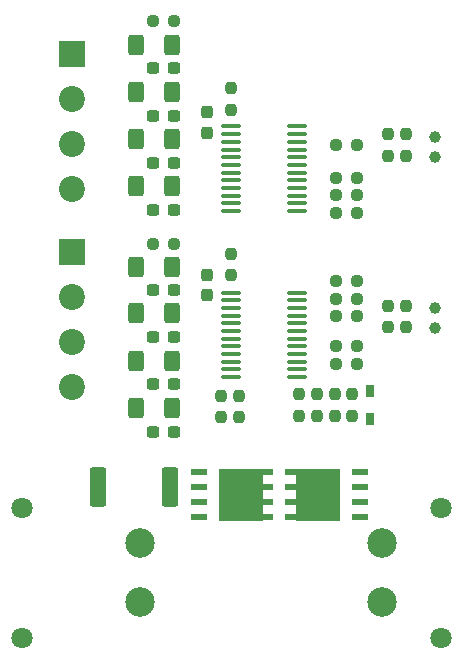
<source format=gts>
%TF.GenerationSoftware,KiCad,Pcbnew,9.0.6*%
%TF.CreationDate,2025-12-05T19:41:49+01:00*%
%TF.ProjectId,balancingBoard,62616c61-6e63-4696-9e67-426f6172642e,rev?*%
%TF.SameCoordinates,Original*%
%TF.FileFunction,Soldermask,Top*%
%TF.FilePolarity,Negative*%
%FSLAX46Y46*%
G04 Gerber Fmt 4.6, Leading zero omitted, Abs format (unit mm)*
G04 Created by KiCad (PCBNEW 9.0.6) date 2025-12-05 19:41:49*
%MOMM*%
%LPD*%
G01*
G04 APERTURE LIST*
G04 Aperture macros list*
%AMRoundRect*
0 Rectangle with rounded corners*
0 $1 Rounding radius*
0 $2 $3 $4 $5 $6 $7 $8 $9 X,Y pos of 4 corners*
0 Add a 4 corners polygon primitive as box body*
4,1,4,$2,$3,$4,$5,$6,$7,$8,$9,$2,$3,0*
0 Add four circle primitives for the rounded corners*
1,1,$1+$1,$2,$3*
1,1,$1+$1,$4,$5*
1,1,$1+$1,$6,$7*
1,1,$1+$1,$8,$9*
0 Add four rect primitives between the rounded corners*
20,1,$1+$1,$2,$3,$4,$5,0*
20,1,$1+$1,$4,$5,$6,$7,0*
20,1,$1+$1,$6,$7,$8,$9,0*
20,1,$1+$1,$8,$9,$2,$3,0*%
G04 Aperture macros list end*
%ADD10RoundRect,0.237500X0.300000X0.237500X-0.300000X0.237500X-0.300000X-0.237500X0.300000X-0.237500X0*%
%ADD11RoundRect,0.237500X-0.300000X-0.237500X0.300000X-0.237500X0.300000X0.237500X-0.300000X0.237500X0*%
%ADD12C,2.500000*%
%ADD13C,1.800000*%
%ADD14RoundRect,0.250000X-0.400000X-0.625000X0.400000X-0.625000X0.400000X0.625000X-0.400000X0.625000X0*%
%ADD15RoundRect,0.237500X0.250000X0.237500X-0.250000X0.237500X-0.250000X-0.237500X0.250000X-0.237500X0*%
%ADD16R,2.200000X2.200000*%
%ADD17C,2.200000*%
%ADD18RoundRect,0.237500X0.237500X-0.250000X0.237500X0.250000X-0.237500X0.250000X-0.237500X-0.250000X0*%
%ADD19RoundRect,0.237500X-0.237500X0.300000X-0.237500X-0.300000X0.237500X-0.300000X0.237500X0.300000X0*%
%ADD20RoundRect,0.237500X-0.237500X0.250000X-0.237500X-0.250000X0.237500X-0.250000X0.237500X0.250000X0*%
%ADD21C,1.000000*%
%ADD22RoundRect,0.237500X-0.250000X-0.237500X0.250000X-0.237500X0.250000X0.237500X-0.250000X0.237500X0*%
%ADD23O,1.710000X0.360000*%
%ADD24R,0.750000X1.000000*%
%ADD25R,1.400000X0.610000*%
%ADD26R,3.810000X4.500000*%
%ADD27RoundRect,0.249999X-0.450001X-1.425001X0.450001X-1.425001X0.450001X1.425001X-0.450001X1.425001X0*%
G04 APERTURE END LIST*
D10*
%TO.C,C62*%
X101362500Y-89250000D03*
X99637500Y-89250000D03*
%TD*%
D11*
%TO.C,C1*%
X99637500Y-66500000D03*
X101362500Y-66500000D03*
%TD*%
D12*
%TO.C,U3*%
X119012500Y-107690000D03*
X119012500Y-102690000D03*
D13*
X124012500Y-99690000D03*
X124012500Y-110690000D03*
%TD*%
D11*
%TO.C,C50*%
X99637500Y-85250000D03*
X101362500Y-85250000D03*
%TD*%
D14*
%TO.C,R3*%
X98150000Y-64500000D03*
X101250000Y-64500000D03*
%TD*%
D15*
%TO.C,R6*%
X116912500Y-82000000D03*
X115087500Y-82000000D03*
%TD*%
D16*
%TO.C,CN1*%
X92750000Y-61310000D03*
D17*
X92750000Y-65120000D03*
X92750000Y-68940000D03*
X92750000Y-72750000D03*
%TD*%
D18*
%TO.C,R30*%
X105400000Y-92025000D03*
X105400000Y-90200000D03*
%TD*%
D19*
%TO.C,C53*%
X104220000Y-80000000D03*
X104220000Y-81725000D03*
%TD*%
D14*
%TO.C,R27*%
X98150000Y-83250000D03*
X101250000Y-83250000D03*
%TD*%
D11*
%TO.C,C49*%
X99637500Y-81250000D03*
X101362500Y-81250000D03*
%TD*%
D20*
%TO.C,C52*%
X106220000Y-78187500D03*
X106220000Y-80012500D03*
%TD*%
D14*
%TO.C,R2*%
X98150000Y-60500000D03*
X101250000Y-60500000D03*
%TD*%
D21*
%TO.C,R19*%
X123500000Y-84500000D03*
X123500000Y-82800000D03*
%TD*%
D14*
%TO.C,R46*%
X98150000Y-91250000D03*
X101250000Y-91250000D03*
%TD*%
D22*
%TO.C,R9*%
X115087500Y-69000000D03*
X116912500Y-69000000D03*
%TD*%
D11*
%TO.C,C4*%
X99637500Y-74500000D03*
X101362500Y-74500000D03*
%TD*%
D20*
%TO.C,R33*%
X112000000Y-90087500D03*
X112000000Y-91912500D03*
%TD*%
D22*
%TO.C,R1*%
X99587500Y-58500000D03*
X101412500Y-58500000D03*
%TD*%
D20*
%TO.C,R34*%
X115000000Y-90087500D03*
X115000000Y-91912500D03*
%TD*%
%TO.C,R14*%
X116500000Y-90087500D03*
X116500000Y-91912500D03*
%TD*%
%TO.C,R32*%
X106900000Y-90200000D03*
X106900000Y-92025000D03*
%TD*%
D23*
%TO.C,U1*%
X106220000Y-81480000D03*
X106220000Y-82130000D03*
X106220000Y-82780000D03*
X106220000Y-83430000D03*
X106220000Y-84080000D03*
X106220000Y-84730000D03*
X106220000Y-85390000D03*
X106220000Y-86040000D03*
X106220000Y-86690000D03*
X106220000Y-87340000D03*
X106220000Y-87990000D03*
X106220000Y-88640000D03*
X111780000Y-88640000D03*
X111780000Y-87990000D03*
X111780000Y-87340000D03*
X111780000Y-86690000D03*
X111780000Y-86040000D03*
X111780000Y-85390000D03*
X111780000Y-84730000D03*
X111780000Y-84080000D03*
X111780000Y-83430000D03*
X111780000Y-82780000D03*
X111780000Y-82130000D03*
X111780000Y-81480000D03*
%TD*%
D11*
%TO.C,C2*%
X99637500Y-62500000D03*
X101362500Y-62500000D03*
%TD*%
D18*
%TO.C,R17*%
X121000000Y-69912500D03*
X121000000Y-68087500D03*
%TD*%
D19*
%TO.C,C6*%
X104220000Y-66217500D03*
X104220000Y-67942500D03*
%TD*%
D14*
%TO.C,R26*%
X98150000Y-79330000D03*
X101250000Y-79330000D03*
%TD*%
D24*
%TO.C,D2*%
X118000000Y-92170000D03*
X118000000Y-89830000D03*
%TD*%
D25*
%TO.C,Q3*%
X117140000Y-100510000D03*
X117140000Y-99240000D03*
X117140000Y-97960000D03*
X117140000Y-96690000D03*
X111500000Y-96690000D03*
X111500000Y-97960000D03*
X111500000Y-99240000D03*
X111500000Y-100510000D03*
D26*
X113610000Y-98600000D03*
%TD*%
D23*
%TO.C,U2*%
X106220000Y-67420000D03*
X106220000Y-68070000D03*
X106220000Y-68720000D03*
X106220000Y-69370000D03*
X106220000Y-70020000D03*
X106220000Y-70670000D03*
X106220000Y-71330000D03*
X106220000Y-71980000D03*
X106220000Y-72630000D03*
X106220000Y-73280000D03*
X106220000Y-73930000D03*
X106220000Y-74580000D03*
X111780000Y-74580000D03*
X111780000Y-73930000D03*
X111780000Y-73280000D03*
X111780000Y-72630000D03*
X111780000Y-71980000D03*
X111780000Y-71330000D03*
X111780000Y-70670000D03*
X111780000Y-70020000D03*
X111780000Y-69370000D03*
X111780000Y-68720000D03*
X111780000Y-68070000D03*
X111780000Y-67420000D03*
%TD*%
D21*
%TO.C,R15*%
X123500000Y-70000000D03*
X123500000Y-68300000D03*
%TD*%
D22*
%TO.C,R7*%
X115087500Y-80500000D03*
X116912500Y-80500000D03*
%TD*%
%TO.C,R36*%
X99587500Y-77410000D03*
X101412500Y-77410000D03*
%TD*%
D14*
%TO.C,R5*%
X98150000Y-72500000D03*
X101250000Y-72500000D03*
%TD*%
D16*
%TO.C,CN2*%
X92725000Y-78030000D03*
D17*
X92725000Y-81840000D03*
X92725000Y-85660000D03*
X92725000Y-89470000D03*
%TD*%
D15*
%TO.C,R47*%
X116912500Y-86000000D03*
X115087500Y-86000000D03*
%TD*%
D20*
%TO.C,R31*%
X113500000Y-90087500D03*
X113500000Y-91912500D03*
%TD*%
D11*
%TO.C,C51*%
X99637500Y-93250000D03*
X101362500Y-93250000D03*
%TD*%
D15*
%TO.C,R48*%
X116912500Y-87500000D03*
X115087500Y-87500000D03*
%TD*%
D12*
%TO.C,CN3*%
X98500000Y-102690000D03*
X98500000Y-107690000D03*
D13*
X88500000Y-110690000D03*
X88500000Y-99690000D03*
%TD*%
D14*
%TO.C,R4*%
X98150000Y-68500000D03*
X101250000Y-68500000D03*
%TD*%
D15*
%TO.C,R11*%
X116912500Y-71750000D03*
X115087500Y-71750000D03*
%TD*%
%TO.C,R8*%
X116912500Y-83500000D03*
X115087500Y-83500000D03*
%TD*%
D22*
%TO.C,R12*%
X115087500Y-73250000D03*
X116912500Y-73250000D03*
%TD*%
D20*
%TO.C,R10*%
X119500000Y-68087500D03*
X119500000Y-69912500D03*
%TD*%
D25*
%TO.C,Q1*%
X103500000Y-96690000D03*
X103500000Y-97960000D03*
X103500000Y-99240000D03*
X103500000Y-100510000D03*
X109140000Y-100510000D03*
X109140000Y-99240000D03*
X109140000Y-97960000D03*
X109140000Y-96690000D03*
D26*
X107030000Y-98600000D03*
%TD*%
D18*
%TO.C,R18*%
X121000000Y-84412500D03*
X121000000Y-82587500D03*
%TD*%
D20*
%TO.C,R21*%
X119500000Y-82587500D03*
X119500000Y-84412500D03*
%TD*%
D14*
%TO.C,R28*%
X98150000Y-87250000D03*
X101250000Y-87250000D03*
%TD*%
D22*
%TO.C,R16*%
X115087500Y-74750000D03*
X116912500Y-74750000D03*
%TD*%
D27*
%TO.C,R13*%
X94950000Y-97960000D03*
X101050000Y-97960000D03*
%TD*%
D10*
%TO.C,C3*%
X101362500Y-70500000D03*
X99637500Y-70500000D03*
%TD*%
D20*
%TO.C,C5*%
X106220000Y-64167500D03*
X106220000Y-65992500D03*
%TD*%
M02*

</source>
